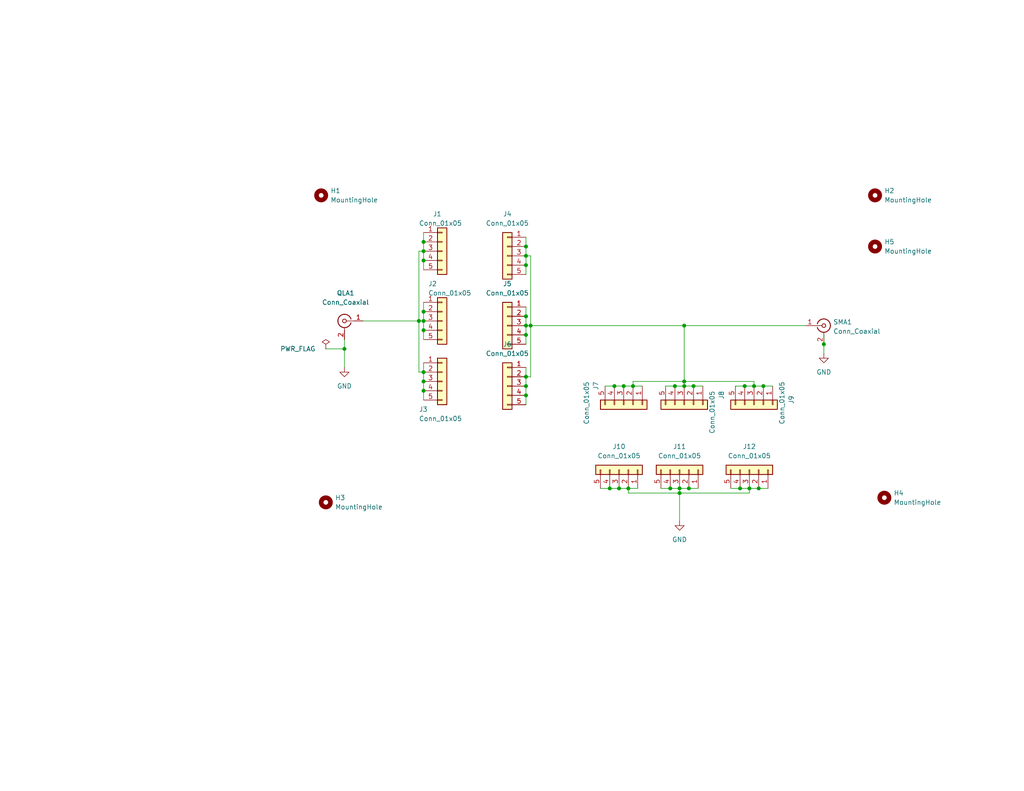
<source format=kicad_sch>
(kicad_sch (version 20211123) (generator eeschema)
  (paper "A")
  (title_block (title "Halbach_capacitor_motherboard") (date "2022-04-20") (rev "0"))
  (lib_symbols
    (symbol "Connector:Conn_Coaxial" (pin_names (offset 1.016) hide)
      (property "Reference" "J" (at 0.254 3.048 0))
      (property "Value" "Conn_Coaxial" (at 2.921 0 90))
      (symbol "Conn_Coaxial_0_1"
        (arc (start -1.778 -0.508) (mid 0.2311 -1.8066) (end 1.778 0) (stroke (width 0.254)))
        (polyline (pts (xy -2.54 0) (xy -0.508 0)))
        (polyline (pts (xy 0 -2.54) (xy 0 -1.778)))
        (circle (center 0 0) (radius 0.508) (stroke (width 0.2032)))
        (arc (start 1.778 0) (mid 0.2099 1.8101) (end -1.778 0.508) (stroke (width 0.254)))
      )
      (symbol "Conn_Coaxial_1_1"
        (pin passive line (at -5.08 0 0) (length 2.54) (name "In") (number "1"))
        (pin passive line (at 0 -5.08 90) (length 2.54) (name "Ext") (number "2"))
      )
    )
    (symbol "Connector_Generic:Conn_01x05" (pin_names (offset 1.016) hide)
      (property "Reference" "J" (at 0 7.62 0))
      (property "Value" "Conn_01x05" (at 0 -7.62 0))
      (symbol "Conn_01x05_1_1"
        (rectangle (start -1.27 -4.953) (end 0 -5.207) (stroke (width 0.1524)))
        (rectangle (start -1.27 -2.413) (end 0 -2.667) (stroke (width 0.1524)))
        (rectangle (start -1.27 0.127) (end 0 -0.127) (stroke (width 0.1524)))
        (rectangle (start -1.27 2.667) (end 0 2.413) (stroke (width 0.1524)))
        (rectangle (start -1.27 5.207) (end 0 4.953) (stroke (width 0.1524)))
        (rectangle (start -1.27 6.35) (end 1.27 -6.35) (stroke (width 0.254)) (fill (type background)))
        (pin passive line (at -5.08 5.08 0) (length 3.81) (name "Pin_1") (number "1"))
        (pin passive line (at -5.08 2.54 0) (length 3.81) (name "Pin_2") (number "2"))
        (pin passive line (at -5.08 0 0) (length 3.81) (name "Pin_3") (number "3"))
        (pin passive line (at -5.08 -2.54 0) (length 3.81) (name "Pin_4") (number "4"))
        (pin passive line (at -5.08 -5.08 0) (length 3.81) (name "Pin_5") (number "5"))
      )
    )
    (symbol "Mechanical:MountingHole" (pin_names (offset 1.016))
      (property "Reference" "H" (at 0 5.08 0))
      (property "Value" "MountingHole" (at 0 3.175 0))
      (symbol "MountingHole_0_1"
        (circle (center 0 0) (radius 1.27) (stroke (width 1.27)))
      )
    )
    (symbol "power:GND" (power) (pin_names (offset 0))
      (property "Value" "GND" (at 0 -3.81 0))
      (symbol "GND_0_1"
        (polyline (pts (xy 0 0) (xy 0 -1.27) (xy 1.27 -1.27) (xy 0 -2.54) (xy -1.27 -1.27) (xy 0 -1.27)))
      )
      (symbol "GND_1_1"
        (pin power_in line (at 0 0 270) (length 0) hide (name "GND") (number "1"))
      )
    )
    (symbol "power:PWR_FLAG" (power) (pin_numbers hide) (pin_names (offset 0) hide)
      (property "Value" "PWR_FLAG" (at 0 3.81 0))
      (symbol "PWR_FLAG_0_0"
        (pin power_out line (at 0 0 90) (length 0) (name "pwr") (number "1"))
      )
      (symbol "PWR_FLAG_0_1"
        (polyline (pts (xy 0 0) (xy 0 1.27) (xy -1.016 1.905) (xy 0 2.54) (xy 1.016 1.905) (xy 0 1.27)))
      )
    )
  )
  (junction (at 93.98 95.25))
  (junction (at 143.51 88.9))
  (junction (at 185.42 134.62))
  (junction (at 115.57 66.04))
  (junction (at 144.78 88.9))
  (junction (at 171.45 133.35))
  (junction (at 189.23 105.41))
  (junction (at 143.51 86.36))
  (junction (at 115.57 104.14))
  (junction (at 207.01 133.35))
  (junction (at 186.69 88.9))
  (junction (at 184.15 105.41))
  (junction (at 186.69 104.14))
  (junction (at 115.57 71.12))
  (junction (at 224.79 93.98))
  (junction (at 204.47 133.35))
  (junction (at 115.57 101.6))
  (junction (at 115.57 85.09))
  (junction (at 166.37 133.35))
  (junction (at 143.51 105.41))
  (junction (at 115.57 90.17))
  (junction (at 114.3 87.63))
  (junction (at 143.51 102.87))
  (junction (at 187.96 133.35))
  (junction (at 201.93 133.35))
  (junction (at 115.57 68.58))
  (junction (at 185.42 133.35))
  (junction (at 205.74 105.41))
  (junction (at 208.28 105.41))
  (junction (at 170.18 105.41))
  (junction (at 143.51 67.31))
  (junction (at 143.51 91.44))
  (junction (at 172.72 105.41))
  (junction (at 182.88 133.35))
  (junction (at 115.57 106.68))
  (junction (at 143.51 107.95))
  (junction (at 115.57 87.63))
  (junction (at 186.69 105.41))
  (junction (at 143.51 72.39))
  (junction (at 168.91 133.35))
  (junction (at 143.51 69.85))
  (junction (at 167.64 105.41))
  (junction (at 203.2 105.41))
  (wire (pts (xy 207.01 133.35) (xy 204.47 133.35)))
  (wire (pts (xy 224.79 93.98) (xy 224.79 96.52)))
  (wire (pts (xy 143.51 86.36) (xy 143.51 88.9)))
  (wire (pts (xy 114.3 87.63) (xy 115.57 87.63)))
  (wire (pts (xy 143.51 88.9) (xy 143.51 91.44)))
  (wire (pts (xy 170.18 105.41) (xy 167.64 105.41)))
  (wire (pts (xy 114.3 68.58) (xy 115.57 68.58)))
  (wire (pts (xy 166.37 133.35) (xy 163.83 133.35)))
  (wire (pts (xy 88.9 95.25) (xy 93.98 95.25)))
  (wire (pts (xy 209.55 133.35) (xy 207.01 133.35)))
  (wire (pts (xy 115.57 99.06) (xy 115.57 101.6)))
  (wire (pts (xy 173.99 133.35) (xy 171.45 133.35)))
  (wire (pts (xy 205.74 104.14) (xy 205.74 105.41)))
  (wire (pts (xy 143.51 100.33) (xy 143.51 102.87)))
  (wire (pts (xy 172.72 104.14) (xy 172.72 105.41)))
  (wire (pts (xy 143.51 64.77) (xy 143.51 67.31)))
  (wire (pts (xy 172.72 105.41) (xy 170.18 105.41)))
  (wire (pts (xy 184.15 105.41) (xy 181.61 105.41)))
  (wire (pts (xy 115.57 104.14) (xy 115.57 106.68)))
  (wire (pts (xy 224.79 91.44) (xy 224.79 93.98)))
  (wire (pts (xy 143.51 107.95) (xy 143.51 110.49)))
  (wire (pts (xy 171.45 134.62) (xy 171.45 133.35)))
  (wire (pts (xy 144.78 102.87) (xy 143.51 102.87)))
  (wire (pts (xy 99.06 87.63) (xy 114.3 87.63)))
  (wire (pts (xy 167.64 105.41) (xy 165.1 105.41)))
  (wire (pts (xy 115.57 90.17) (xy 115.57 92.71)))
  (wire (pts (xy 144.78 88.9) (xy 144.78 102.87)))
  (wire (pts (xy 190.5 133.35) (xy 187.96 133.35)))
  (wire (pts (xy 205.74 105.41) (xy 203.2 105.41)))
  (wire (pts (xy 144.78 69.85) (xy 143.51 69.85)))
  (wire (pts (xy 143.51 83.82) (xy 143.51 86.36)))
  (wire (pts (xy 143.51 72.39) (xy 143.51 74.93)))
  (wire (pts (xy 93.98 100.33) (xy 93.98 95.25)))
  (wire (pts (xy 205.74 104.14) (xy 186.69 104.14)))
  (wire (pts (xy 115.57 87.63) (xy 115.57 90.17)))
  (wire (pts (xy 185.42 134.62) (xy 185.42 142.24)))
  (wire (pts (xy 143.51 105.41) (xy 143.51 107.95)))
  (wire (pts (xy 186.69 88.9) (xy 186.69 104.14)))
  (wire (pts (xy 204.47 134.62) (xy 204.47 133.35)))
  (wire (pts (xy 171.45 133.35) (xy 168.91 133.35)))
  (wire (pts (xy 115.57 71.12) (xy 115.57 73.66)))
  (wire (pts (xy 187.96 133.35) (xy 185.42 133.35)))
  (wire (pts (xy 201.93 133.35) (xy 199.39 133.35)))
  (wire (pts (xy 114.3 68.58) (xy 114.3 87.63)))
  (wire (pts (xy 115.57 66.04) (xy 115.57 68.58)))
  (wire (pts (xy 115.57 101.6) (xy 115.57 104.14)))
  (wire (pts (xy 189.23 105.41) (xy 186.69 105.41)))
  (wire (pts (xy 115.57 68.58) (xy 115.57 71.12)))
  (wire (pts (xy 114.3 87.63) (xy 114.3 101.6)))
  (wire (pts (xy 143.51 69.85) (xy 143.51 72.39)))
  (wire (pts (xy 143.51 102.87) (xy 143.51 105.41)))
  (wire (pts (xy 204.47 133.35) (xy 201.93 133.35)))
  (wire (pts (xy 144.78 88.9) (xy 143.51 88.9)))
  (wire (pts (xy 114.3 101.6) (xy 115.57 101.6)))
  (wire (pts (xy 143.51 91.44) (xy 143.51 93.98)))
  (wire (pts (xy 186.69 88.9) (xy 219.71 88.9)))
  (wire (pts (xy 186.69 104.14) (xy 172.72 104.14)))
  (wire (pts (xy 144.78 69.85) (xy 144.78 88.9)))
  (wire (pts (xy 210.82 105.41) (xy 208.28 105.41)))
  (wire (pts (xy 191.77 105.41) (xy 189.23 105.41)))
  (wire (pts (xy 143.51 67.31) (xy 143.51 69.85)))
  (wire (pts (xy 115.57 63.5) (xy 115.57 66.04)))
  (wire (pts (xy 185.42 134.62) (xy 185.42 133.35)))
  (wire (pts (xy 175.26 105.41) (xy 172.72 105.41)))
  (wire (pts (xy 185.42 133.35) (xy 182.88 133.35)))
  (wire (pts (xy 115.57 85.09) (xy 115.57 87.63)))
  (wire (pts (xy 204.47 134.62) (xy 185.42 134.62)))
  (wire (pts (xy 186.69 104.14) (xy 186.69 105.41)))
  (wire (pts (xy 203.2 105.41) (xy 200.66 105.41)))
  (wire (pts (xy 115.57 106.68) (xy 115.57 109.22)))
  (wire (pts (xy 144.78 88.9) (xy 186.69 88.9)))
  (wire (pts (xy 185.42 134.62) (xy 171.45 134.62)))
  (wire (pts (xy 208.28 105.41) (xy 205.74 105.41)))
  (wire (pts (xy 168.91 133.35) (xy 166.37 133.35)))
  (wire (pts (xy 93.98 92.71) (xy 93.98 95.25)))
  (wire (pts (xy 186.69 105.41) (xy 184.15 105.41)))
  (wire (pts (xy 115.57 82.55) (xy 115.57 85.09)))
  (wire (pts (xy 182.88 133.35) (xy 180.34 133.35)))
  (symbol (lib_id "power:GND") (at 93.98 100.33 0) (unit 1)
    (property "Reference" "#PWR0101" (effects hide))
    (property "Value" "GND" (at 93.98 105.41 0))
  )
  (symbol (lib_id "Mechanical:MountingHole") (at 88.9 137.16 0) (unit 1)
    (property "Reference" "H3" (at 91.44 135.8899 0) (effects (justify left)))
    (property "Value" "MountingHole" (at 91.44 138.4299 0) (effects (justify left)))
    (property "Footprint" "MountingHole:MountingHole_3.2mm_M3" (effects hide))
  )
  (symbol (lib_id "Mechanical:MountingHole") (at 87.63 53.34 0) (unit 1)
    (property "Reference" "H1" (at 90.17 52.0699 0) (effects (justify left)))
    (property "Value" "MountingHole" (at 90.17 54.6099 0) (effects (justify left)))
    (property "Footprint" "MountingHole:MountingHole_3.2mm_M3" (effects hide))
  )
  (symbol (lib_id "power:PWR_FLAG") (at 88.9 95.25 0) (unit 1)
    (property "Reference" "#FLG0101" (effects hide))
    (property "Value" "PWR_FLAG" (at 81.28 95.25 0))
  )
  (symbol (lib_id "Connector:Conn_Coaxial") (at 224.79 88.9 0) (unit 1)
    (property "Reference" "SMA1" (at 227.33 87.9231 0) (effects (justify left)))
    (property "Value" "Conn_Coaxial" (at 227.33 90.4631 0) (effects (justify left)))
    (property "Footprint" "Connector_Coaxial:SMA_Amphenol_132289_EdgeMount" (effects hide))
    (property "Datasheet" " ~" (effects hide))
  )
  (symbol (lib_id "Mechanical:MountingHole") (at 241.3 135.89 0) (unit 1)
    (property "Reference" "H4" (at 243.84 134.6199 0) (effects (justify left)))
    (property "Value" "MountingHole" (at 243.84 137.1599 0) (effects (justify left)))
    (property "Footprint" "MountingHole:MountingHole_3.2mm_M3" (effects hide))
  )
  (symbol (lib_id "Connector:Conn_Coaxial") (at 93.98 87.63 0) (mirror y) (unit 1)
    (property "Reference" "QLA1" (at 94.2974 80.01 0))
    (property "Value" "Conn_Coaxial" (at 94.2974 82.55 0))
    (property "Footprint" "Connector_Coaxial:SMA_Amphenol_132203-12_Horizontal" (effects hide))
    (property "Datasheet" " ~" (effects hide))
  )
  (symbol (lib_id "power:GND") (at 185.42 142.24 0) (unit 1)
    (property "Reference" "#PWR0102" (effects hide))
    (property "Value" "GND" (at 185.42 147.32 0))
  )
  (symbol (lib_id "Mechanical:MountingHole") (at 238.76 67.31 0) (unit 1)
    (property "Reference" "H5" (at 241.3 66.0399 0) (effects (justify left)))
    (property "Value" "MountingHole" (at 241.3 68.5799 0) (effects (justify left)))
    (property "Footprint" "MountingHole:MountingHole_3.2mm_M3" (effects hide))
  )
  (symbol (lib_id "Connector_Generic:Conn_01x05") (at 138.43 69.85 0) (mirror y) (unit 1)
    (property "Reference" "J4" (at 138.43 58.42 0))
    (property "Value" "Conn_01x05" (at 138.43 60.96 0))
    (property "Footprint" "Connector_PinSocket_2.54mm:PinSocket_1x05_P2.54mm_Vertical" (effects hide))
  )
  (symbol (lib_id "Connector_Generic:Conn_01x05") (at 185.42 128.27 270) (mirror x) (unit 1)
    (property "Reference" "J11" (at 185.42 121.92 90))
    (property "Value" "Conn_01x05" (at 185.42 124.46 90))
    (property "Footprint" "Connector_PinSocket_2.54mm:PinSocket_1x05_P2.54mm_Vertical" (effects hide))
  )
  (symbol (lib_id "Connector_Generic:Conn_01x05") (at 138.43 105.41 0) (mirror y) (unit 1)
    (property "Reference" "J6" (at 138.43 93.98 0))
    (property "Value" "Conn_01x05" (at 138.43 96.52 0))
    (property "Footprint" "Connector_PinSocket_2.54mm:PinSocket_1x05_P2.54mm_Vertical" (effects hide))
  )
  (symbol (lib_id "Connector_Generic:Conn_01x05") (at 120.65 87.63 0) (unit 1)
    (property "Reference" "J2" (at 116.84 77.47 0) (effects (justify left)))
    (property "Value" "Conn_01x05" (at 116.84 80.01 0) (effects (justify left)))
    (property "Footprint" "Connector_PinSocket_2.54mm:PinSocket_1x05_P2.54mm_Vertical" (effects hide))
  )
  (symbol (lib_id "Connector_Generic:Conn_01x05") (at 168.91 128.27 270) (mirror x) (unit 1)
    (property "Reference" "J10" (at 168.91 121.92 90))
    (property "Value" "Conn_01x05" (at 168.91 124.46 90))
    (property "Footprint" "Connector_PinSocket_2.54mm:PinSocket_1x05_P2.54mm_Vertical" (effects hide))
  )
  (symbol (lib_id "Connector_Generic:Conn_01x05") (at 120.65 68.58 0) (unit 1)
    (property "Reference" "J1" (at 118.11 58.42 0) (effects (justify left)))
    (property "Value" "Conn_01x05" (at 114.3 60.96 0) (effects (justify left)))
    (property "Footprint" "Connector_PinSocket_2.54mm:PinSocket_1x05_P2.54mm_Vertical" (effects hide))
  )
  (symbol (lib_id "Connector_Generic:Conn_01x05") (at 205.74 110.49 270) (unit 1)
    (property "Reference" "J9" (at 215.9 107.95 0) (effects (justify left)))
    (property "Value" "Conn_01x05" (at 213.36 104.14 0) (effects (justify left)))
    (property "Footprint" "Connector_PinSocket_2.54mm:PinSocket_1x05_P2.54mm_Vertical" (effects hide))
  )
  (symbol (lib_id "Connector_Generic:Conn_01x05") (at 170.18 110.49 270) (unit 1)
    (property "Reference" "J7" (at 162.56 104.14 0) (effects (justify left)))
    (property "Value" "Conn_01x05" (at 160.02 104.14 0) (effects (justify left)))
    (property "Footprint" "Connector_PinSocket_2.54mm:PinSocket_1x05_P2.54mm_Vertical" (effects hide))
  )
  (symbol (lib_id "Mechanical:MountingHole") (at 238.76 53.34 0) (unit 1)
    (property "Reference" "H2" (at 241.3 52.0699 0) (effects (justify left)))
    (property "Value" "MountingHole" (at 241.3 54.6099 0) (effects (justify left)))
    (property "Footprint" "MountingHole:MountingHole_3.2mm_M3" (effects hide))
  )
  (symbol (lib_id "power:GND") (at 224.79 96.52 0) (unit 1)
    (property "Reference" "#PWR0103" (effects hide))
    (property "Value" "GND" (at 224.79 101.6 0))
  )
  (symbol (lib_id "Connector_Generic:Conn_01x05") (at 204.47 128.27 270) (mirror x) (unit 1)
    (property "Reference" "J12" (at 204.47 121.92 90))
    (property "Value" "Conn_01x05" (at 204.47 124.46 90))
    (property "Footprint" "Connector_PinSocket_2.54mm:PinSocket_1x05_P2.54mm_Vertical" (effects hide))
  )
  (symbol (lib_id "Connector_Generic:Conn_01x05") (at 120.65 104.14 0) (unit 1)
    (property "Reference" "J3" (at 114.3 111.76 0) (effects (justify left)))
    (property "Value" "Conn_01x05" (at 114.3 114.3 0) (effects (justify left)))
    (property "Footprint" "Connector_PinSocket_2.54mm:PinSocket_1x05_P2.54mm_Vertical" (effects hide))
  )
  (symbol (lib_id "Connector_Generic:Conn_01x05") (at 186.69 110.49 270) (unit 1)
    (property "Reference" "J8" (at 196.85 106.68 0) (effects (justify left)))
    (property "Value" "Conn_01x05" (at 194.31 106.68 0) (effects (justify left)))
    (property "Footprint" "Connector_PinSocket_2.54mm:PinSocket_1x05_P2.54mm_Vertical" (effects hide))
  )
  (symbol (lib_id "Connector_Generic:Conn_01x05") (at 138.43 88.9 0) (mirror y) (unit 1)
    (property "Reference" "J5" (at 138.43 77.47 0))
    (property "Value" "Conn_01x05" (at 138.43 80.01 0))
    (property "Footprint" "Connector_PinSocket_2.54mm:PinSocket_1x05_P2.54mm_Vertical" (effects hide))
  )
)
</source>
